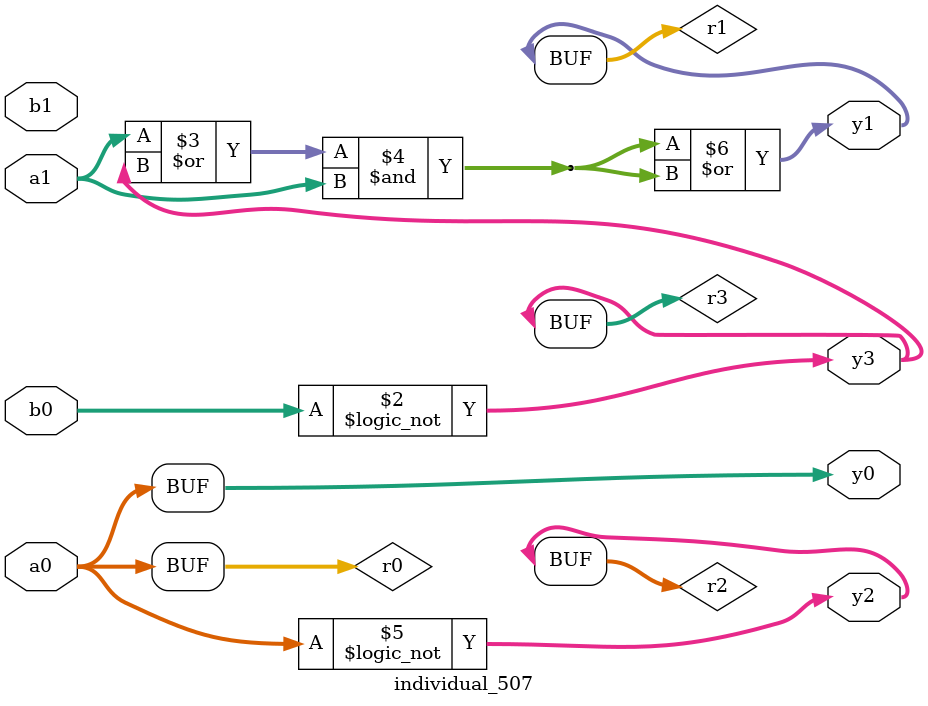
<source format=sv>
module individual_507(input logic [15:0] a1, input logic [15:0] a0, input logic [15:0] b1, input logic [15:0] b0, output logic [15:0] y3, output logic [15:0] y2, output logic [15:0] y1, output logic [15:0] y0);
logic [15:0] r0, r1, r2, r3; 
 always@(*) begin 
	 r0 = a0; r1 = a1; r2 = b0; r3 = b1; 
 	 r3 = ! r2 ;
 	 r1  |=  r3 ;
 	 r1  &=  a1 ;
 	 r2 = ! r0 ;
 	 r1  |=  r1 ;
 	 y3 = r3; y2 = r2; y1 = r1; y0 = r0; 
end
endmodule
</source>
